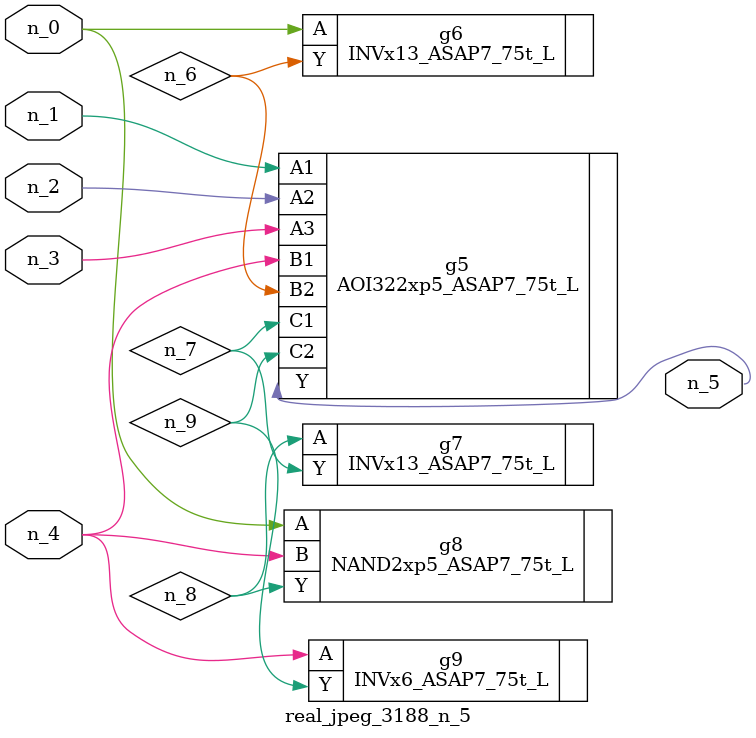
<source format=v>
module real_jpeg_3188_n_5 (n_4, n_0, n_1, n_2, n_3, n_5);

input n_4;
input n_0;
input n_1;
input n_2;
input n_3;

output n_5;

wire n_8;
wire n_6;
wire n_7;
wire n_9;

INVx13_ASAP7_75t_L g6 ( 
.A(n_0),
.Y(n_6)
);

NAND2xp5_ASAP7_75t_L g8 ( 
.A(n_0),
.B(n_4),
.Y(n_8)
);

AOI322xp5_ASAP7_75t_L g5 ( 
.A1(n_1),
.A2(n_2),
.A3(n_3),
.B1(n_4),
.B2(n_6),
.C1(n_7),
.C2(n_9),
.Y(n_5)
);

INVx6_ASAP7_75t_L g9 ( 
.A(n_4),
.Y(n_9)
);

INVx13_ASAP7_75t_L g7 ( 
.A(n_8),
.Y(n_7)
);


endmodule
</source>
